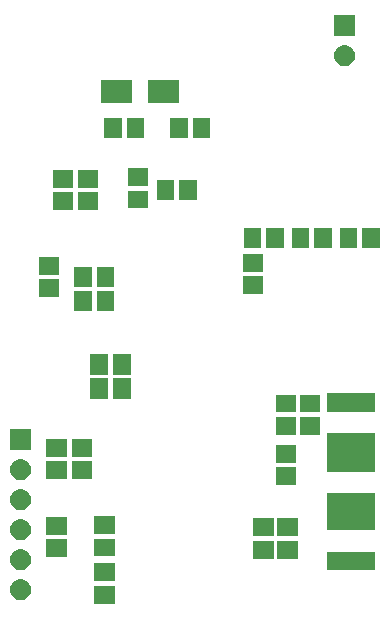
<source format=gbr>
G04 #@! TF.GenerationSoftware,KiCad,Pcbnew,(5.1.0)-1*
G04 #@! TF.CreationDate,2019-05-26T23:58:58+02:00*
G04 #@! TF.ProjectId,UWED,55574544-2e6b-4696-9361-645f70636258,rev?*
G04 #@! TF.SameCoordinates,Original*
G04 #@! TF.FileFunction,Soldermask,Bot*
G04 #@! TF.FilePolarity,Negative*
%FSLAX46Y46*%
G04 Gerber Fmt 4.6, Leading zero omitted, Abs format (unit mm)*
G04 Created by KiCad (PCBNEW (5.1.0)-1) date 2019-05-26 23:58:58*
%MOMM*%
%LPD*%
G04 APERTURE LIST*
%ADD10C,0.100000*%
G04 APERTURE END LIST*
D10*
G36*
X140932600Y-130860600D02*
G01*
X139229400Y-130860600D01*
X139229400Y-129357400D01*
X140932600Y-129357400D01*
X140932600Y-130860600D01*
X140932600Y-130860600D01*
G37*
G36*
X133145431Y-128780023D02*
G01*
X133270939Y-128818096D01*
X133315085Y-128831487D01*
X133471431Y-128915056D01*
X133608475Y-129027525D01*
X133720944Y-129164569D01*
X133804513Y-129320915D01*
X133804514Y-129320919D01*
X133855977Y-129490569D01*
X133873354Y-129667000D01*
X133855977Y-129843431D01*
X133817904Y-129968939D01*
X133804513Y-130013085D01*
X133720944Y-130169431D01*
X133608475Y-130306475D01*
X133471431Y-130418944D01*
X133315085Y-130502513D01*
X133270939Y-130515904D01*
X133145431Y-130553977D01*
X133013207Y-130567000D01*
X132924793Y-130567000D01*
X132792569Y-130553977D01*
X132667061Y-130515904D01*
X132622915Y-130502513D01*
X132466569Y-130418944D01*
X132329525Y-130306475D01*
X132217056Y-130169431D01*
X132133487Y-130013085D01*
X132120096Y-129968939D01*
X132082023Y-129843431D01*
X132064646Y-129667000D01*
X132082023Y-129490569D01*
X132133486Y-129320919D01*
X132133487Y-129320915D01*
X132217056Y-129164569D01*
X132329525Y-129027525D01*
X132466569Y-128915056D01*
X132622915Y-128831487D01*
X132667061Y-128818096D01*
X132792569Y-128780023D01*
X132924793Y-128767000D01*
X133013207Y-128767000D01*
X133145431Y-128780023D01*
X133145431Y-128780023D01*
G37*
G36*
X140932600Y-128960600D02*
G01*
X139229400Y-128960600D01*
X139229400Y-127457400D01*
X140932600Y-127457400D01*
X140932600Y-128960600D01*
X140932600Y-128960600D01*
G37*
G36*
X162939200Y-128048800D02*
G01*
X158904000Y-128048800D01*
X158904000Y-126445600D01*
X162939200Y-126445600D01*
X162939200Y-128048800D01*
X162939200Y-128048800D01*
G37*
G36*
X133145431Y-126240023D02*
G01*
X133270939Y-126278096D01*
X133315085Y-126291487D01*
X133471431Y-126375056D01*
X133608475Y-126487525D01*
X133720944Y-126624569D01*
X133804513Y-126780915D01*
X133804514Y-126780919D01*
X133855977Y-126950569D01*
X133873354Y-127127000D01*
X133855977Y-127303431D01*
X133817904Y-127428939D01*
X133804513Y-127473085D01*
X133720944Y-127629431D01*
X133608475Y-127766475D01*
X133471431Y-127878944D01*
X133315085Y-127962513D01*
X133270939Y-127975904D01*
X133145431Y-128013977D01*
X133013207Y-128027000D01*
X132924793Y-128027000D01*
X132792569Y-128013977D01*
X132667061Y-127975904D01*
X132622915Y-127962513D01*
X132466569Y-127878944D01*
X132329525Y-127766475D01*
X132217056Y-127629431D01*
X132133487Y-127473085D01*
X132120096Y-127428939D01*
X132082023Y-127303431D01*
X132064646Y-127127000D01*
X132082023Y-126950569D01*
X132133486Y-126780919D01*
X132133487Y-126780915D01*
X132217056Y-126624569D01*
X132329525Y-126487525D01*
X132466569Y-126375056D01*
X132622915Y-126291487D01*
X132667061Y-126278096D01*
X132792569Y-126240023D01*
X132924793Y-126227000D01*
X133013207Y-126227000D01*
X133145431Y-126240023D01*
X133145431Y-126240023D01*
G37*
G36*
X156426600Y-127050600D02*
G01*
X154723400Y-127050600D01*
X154723400Y-125547400D01*
X156426600Y-125547400D01*
X156426600Y-127050600D01*
X156426600Y-127050600D01*
G37*
G36*
X154394600Y-127050600D02*
G01*
X152691400Y-127050600D01*
X152691400Y-125547400D01*
X154394600Y-125547400D01*
X154394600Y-127050600D01*
X154394600Y-127050600D01*
G37*
G36*
X136868600Y-126923600D02*
G01*
X135165400Y-126923600D01*
X135165400Y-125420400D01*
X136868600Y-125420400D01*
X136868600Y-126923600D01*
X136868600Y-126923600D01*
G37*
G36*
X140932600Y-126857600D02*
G01*
X139229400Y-126857600D01*
X139229400Y-125354400D01*
X140932600Y-125354400D01*
X140932600Y-126857600D01*
X140932600Y-126857600D01*
G37*
G36*
X133145431Y-123700023D02*
G01*
X133270939Y-123738096D01*
X133315085Y-123751487D01*
X133471431Y-123835056D01*
X133608475Y-123947525D01*
X133720944Y-124084569D01*
X133804513Y-124240915D01*
X133804514Y-124240919D01*
X133855977Y-124410569D01*
X133873354Y-124587000D01*
X133855977Y-124763431D01*
X133817904Y-124888939D01*
X133804513Y-124933085D01*
X133720944Y-125089431D01*
X133608475Y-125226475D01*
X133471431Y-125338944D01*
X133315085Y-125422513D01*
X133270939Y-125435904D01*
X133145431Y-125473977D01*
X133013207Y-125487000D01*
X132924793Y-125487000D01*
X132792569Y-125473977D01*
X132667061Y-125435904D01*
X132622915Y-125422513D01*
X132466569Y-125338944D01*
X132329525Y-125226475D01*
X132217056Y-125089431D01*
X132133487Y-124933085D01*
X132120096Y-124888939D01*
X132082023Y-124763431D01*
X132064646Y-124587000D01*
X132082023Y-124410569D01*
X132133486Y-124240919D01*
X132133487Y-124240915D01*
X132217056Y-124084569D01*
X132329525Y-123947525D01*
X132466569Y-123835056D01*
X132622915Y-123751487D01*
X132667061Y-123738096D01*
X132792569Y-123700023D01*
X132924793Y-123687000D01*
X133013207Y-123687000D01*
X133145431Y-123700023D01*
X133145431Y-123700023D01*
G37*
G36*
X154394600Y-125150600D02*
G01*
X152691400Y-125150600D01*
X152691400Y-123647400D01*
X154394600Y-123647400D01*
X154394600Y-125150600D01*
X154394600Y-125150600D01*
G37*
G36*
X156426600Y-125150600D02*
G01*
X154723400Y-125150600D01*
X154723400Y-123647400D01*
X156426600Y-123647400D01*
X156426600Y-125150600D01*
X156426600Y-125150600D01*
G37*
G36*
X136868600Y-125023600D02*
G01*
X135165400Y-125023600D01*
X135165400Y-123520400D01*
X136868600Y-123520400D01*
X136868600Y-125023600D01*
X136868600Y-125023600D01*
G37*
G36*
X140932600Y-124957600D02*
G01*
X139229400Y-124957600D01*
X139229400Y-123454400D01*
X140932600Y-123454400D01*
X140932600Y-124957600D01*
X140932600Y-124957600D01*
G37*
G36*
X162939200Y-124648800D02*
G01*
X158904000Y-124648800D01*
X158904000Y-121492600D01*
X162939200Y-121492600D01*
X162939200Y-124648800D01*
X162939200Y-124648800D01*
G37*
G36*
X133145431Y-121160023D02*
G01*
X133270939Y-121198096D01*
X133315085Y-121211487D01*
X133471431Y-121295056D01*
X133608475Y-121407525D01*
X133720944Y-121544569D01*
X133804513Y-121700915D01*
X133804514Y-121700919D01*
X133855977Y-121870569D01*
X133873354Y-122047000D01*
X133855977Y-122223431D01*
X133817904Y-122348939D01*
X133804513Y-122393085D01*
X133720944Y-122549431D01*
X133608475Y-122686475D01*
X133471431Y-122798944D01*
X133315085Y-122882513D01*
X133270939Y-122895904D01*
X133145431Y-122933977D01*
X133013207Y-122947000D01*
X132924793Y-122947000D01*
X132792569Y-122933977D01*
X132667061Y-122895904D01*
X132622915Y-122882513D01*
X132466569Y-122798944D01*
X132329525Y-122686475D01*
X132217056Y-122549431D01*
X132133487Y-122393085D01*
X132120096Y-122348939D01*
X132082023Y-122223431D01*
X132064646Y-122047000D01*
X132082023Y-121870569D01*
X132133486Y-121700919D01*
X132133487Y-121700915D01*
X132217056Y-121544569D01*
X132329525Y-121407525D01*
X132466569Y-121295056D01*
X132622915Y-121211487D01*
X132667061Y-121198096D01*
X132792569Y-121160023D01*
X132924793Y-121147000D01*
X133013207Y-121147000D01*
X133145431Y-121160023D01*
X133145431Y-121160023D01*
G37*
G36*
X156299600Y-120827600D02*
G01*
X154596400Y-120827600D01*
X154596400Y-119324400D01*
X156299600Y-119324400D01*
X156299600Y-120827600D01*
X156299600Y-120827600D01*
G37*
G36*
X133145431Y-118620023D02*
G01*
X133270939Y-118658096D01*
X133315085Y-118671487D01*
X133471431Y-118755056D01*
X133608475Y-118867525D01*
X133720944Y-119004569D01*
X133804513Y-119160915D01*
X133804514Y-119160919D01*
X133855977Y-119330569D01*
X133873354Y-119507000D01*
X133855977Y-119683431D01*
X133817904Y-119808939D01*
X133804513Y-119853085D01*
X133720944Y-120009431D01*
X133608475Y-120146475D01*
X133471431Y-120258944D01*
X133315085Y-120342513D01*
X133270939Y-120355904D01*
X133145431Y-120393977D01*
X133013207Y-120407000D01*
X132924793Y-120407000D01*
X132792569Y-120393977D01*
X132667061Y-120355904D01*
X132622915Y-120342513D01*
X132466569Y-120258944D01*
X132329525Y-120146475D01*
X132217056Y-120009431D01*
X132133487Y-119853085D01*
X132120096Y-119808939D01*
X132082023Y-119683431D01*
X132064646Y-119507000D01*
X132082023Y-119330569D01*
X132133486Y-119160919D01*
X132133487Y-119160915D01*
X132217056Y-119004569D01*
X132329525Y-118867525D01*
X132466569Y-118755056D01*
X132622915Y-118671487D01*
X132667061Y-118658096D01*
X132792569Y-118620023D01*
X132924793Y-118607000D01*
X133013207Y-118607000D01*
X133145431Y-118620023D01*
X133145431Y-118620023D01*
G37*
G36*
X139027600Y-120319600D02*
G01*
X137324400Y-120319600D01*
X137324400Y-118816400D01*
X139027600Y-118816400D01*
X139027600Y-120319600D01*
X139027600Y-120319600D01*
G37*
G36*
X136868600Y-120319600D02*
G01*
X135165400Y-120319600D01*
X135165400Y-118816400D01*
X136868600Y-118816400D01*
X136868600Y-120319600D01*
X136868600Y-120319600D01*
G37*
G36*
X162939200Y-119695800D02*
G01*
X158904000Y-119695800D01*
X158904000Y-116412600D01*
X162939200Y-116412600D01*
X162939200Y-119695800D01*
X162939200Y-119695800D01*
G37*
G36*
X156299600Y-118927600D02*
G01*
X154596400Y-118927600D01*
X154596400Y-117424400D01*
X156299600Y-117424400D01*
X156299600Y-118927600D01*
X156299600Y-118927600D01*
G37*
G36*
X136868600Y-118419600D02*
G01*
X135165400Y-118419600D01*
X135165400Y-116916400D01*
X136868600Y-116916400D01*
X136868600Y-118419600D01*
X136868600Y-118419600D01*
G37*
G36*
X139027600Y-118419600D02*
G01*
X137324400Y-118419600D01*
X137324400Y-116916400D01*
X139027600Y-116916400D01*
X139027600Y-118419600D01*
X139027600Y-118419600D01*
G37*
G36*
X133869000Y-117867000D02*
G01*
X132069000Y-117867000D01*
X132069000Y-116067000D01*
X133869000Y-116067000D01*
X133869000Y-117867000D01*
X133869000Y-117867000D01*
G37*
G36*
X156299600Y-116570600D02*
G01*
X154596400Y-116570600D01*
X154596400Y-115067400D01*
X156299600Y-115067400D01*
X156299600Y-116570600D01*
X156299600Y-116570600D01*
G37*
G36*
X158331600Y-116570600D02*
G01*
X156628400Y-116570600D01*
X156628400Y-115067400D01*
X158331600Y-115067400D01*
X158331600Y-116570600D01*
X158331600Y-116570600D01*
G37*
G36*
X158331600Y-114670600D02*
G01*
X156628400Y-114670600D01*
X156628400Y-113167400D01*
X158331600Y-113167400D01*
X158331600Y-114670600D01*
X158331600Y-114670600D01*
G37*
G36*
X156299600Y-114670600D02*
G01*
X154596400Y-114670600D01*
X154596400Y-113167400D01*
X156299600Y-113167400D01*
X156299600Y-114670600D01*
X156299600Y-114670600D01*
G37*
G36*
X162939200Y-114615800D02*
G01*
X158904000Y-114615800D01*
X158904000Y-113012600D01*
X162939200Y-113012600D01*
X162939200Y-114615800D01*
X162939200Y-114615800D01*
G37*
G36*
X140390600Y-113500600D02*
G01*
X138887400Y-113500600D01*
X138887400Y-111797400D01*
X140390600Y-111797400D01*
X140390600Y-113500600D01*
X140390600Y-113500600D01*
G37*
G36*
X142290600Y-113500600D02*
G01*
X140787400Y-113500600D01*
X140787400Y-111797400D01*
X142290600Y-111797400D01*
X142290600Y-113500600D01*
X142290600Y-113500600D01*
G37*
G36*
X142290600Y-111468600D02*
G01*
X140787400Y-111468600D01*
X140787400Y-109765400D01*
X142290600Y-109765400D01*
X142290600Y-111468600D01*
X142290600Y-111468600D01*
G37*
G36*
X140390600Y-111468600D02*
G01*
X138887400Y-111468600D01*
X138887400Y-109765400D01*
X140390600Y-109765400D01*
X140390600Y-111468600D01*
X140390600Y-111468600D01*
G37*
G36*
X139006200Y-106078800D02*
G01*
X137503000Y-106078800D01*
X137503000Y-104375600D01*
X139006200Y-104375600D01*
X139006200Y-106078800D01*
X139006200Y-106078800D01*
G37*
G36*
X140906200Y-106078800D02*
G01*
X139403000Y-106078800D01*
X139403000Y-104375600D01*
X140906200Y-104375600D01*
X140906200Y-106078800D01*
X140906200Y-106078800D01*
G37*
G36*
X136246200Y-104896800D02*
G01*
X134543000Y-104896800D01*
X134543000Y-103393600D01*
X136246200Y-103393600D01*
X136246200Y-104896800D01*
X136246200Y-104896800D01*
G37*
G36*
X153518200Y-104642800D02*
G01*
X151815000Y-104642800D01*
X151815000Y-103139600D01*
X153518200Y-103139600D01*
X153518200Y-104642800D01*
X153518200Y-104642800D01*
G37*
G36*
X139006200Y-104046800D02*
G01*
X137503000Y-104046800D01*
X137503000Y-102343600D01*
X139006200Y-102343600D01*
X139006200Y-104046800D01*
X139006200Y-104046800D01*
G37*
G36*
X140906200Y-104046800D02*
G01*
X139403000Y-104046800D01*
X139403000Y-102343600D01*
X140906200Y-102343600D01*
X140906200Y-104046800D01*
X140906200Y-104046800D01*
G37*
G36*
X136246200Y-102996800D02*
G01*
X134543000Y-102996800D01*
X134543000Y-101493600D01*
X136246200Y-101493600D01*
X136246200Y-102996800D01*
X136246200Y-102996800D01*
G37*
G36*
X153518200Y-102742800D02*
G01*
X151815000Y-102742800D01*
X151815000Y-101239600D01*
X153518200Y-101239600D01*
X153518200Y-102742800D01*
X153518200Y-102742800D01*
G37*
G36*
X155257200Y-100744800D02*
G01*
X153754000Y-100744800D01*
X153754000Y-99041600D01*
X155257200Y-99041600D01*
X155257200Y-100744800D01*
X155257200Y-100744800D01*
G37*
G36*
X153357200Y-100744800D02*
G01*
X151854000Y-100744800D01*
X151854000Y-99041600D01*
X153357200Y-99041600D01*
X153357200Y-100744800D01*
X153357200Y-100744800D01*
G37*
G36*
X159321200Y-100744800D02*
G01*
X157818000Y-100744800D01*
X157818000Y-99041600D01*
X159321200Y-99041600D01*
X159321200Y-100744800D01*
X159321200Y-100744800D01*
G37*
G36*
X157421200Y-100744800D02*
G01*
X155918000Y-100744800D01*
X155918000Y-99041600D01*
X157421200Y-99041600D01*
X157421200Y-100744800D01*
X157421200Y-100744800D01*
G37*
G36*
X163385200Y-100744800D02*
G01*
X161882000Y-100744800D01*
X161882000Y-99041600D01*
X163385200Y-99041600D01*
X163385200Y-100744800D01*
X163385200Y-100744800D01*
G37*
G36*
X161485200Y-100744800D02*
G01*
X159982000Y-100744800D01*
X159982000Y-99041600D01*
X161485200Y-99041600D01*
X161485200Y-100744800D01*
X161485200Y-100744800D01*
G37*
G36*
X137389200Y-97530800D02*
G01*
X135686000Y-97530800D01*
X135686000Y-96027600D01*
X137389200Y-96027600D01*
X137389200Y-97530800D01*
X137389200Y-97530800D01*
G37*
G36*
X139548200Y-97530800D02*
G01*
X137845000Y-97530800D01*
X137845000Y-96027600D01*
X139548200Y-96027600D01*
X139548200Y-97530800D01*
X139548200Y-97530800D01*
G37*
G36*
X143739200Y-97403800D02*
G01*
X142036000Y-97403800D01*
X142036000Y-95900600D01*
X143739200Y-95900600D01*
X143739200Y-97403800D01*
X143739200Y-97403800D01*
G37*
G36*
X145991200Y-96680800D02*
G01*
X144488000Y-96680800D01*
X144488000Y-94977600D01*
X145991200Y-94977600D01*
X145991200Y-96680800D01*
X145991200Y-96680800D01*
G37*
G36*
X147891200Y-96680800D02*
G01*
X146388000Y-96680800D01*
X146388000Y-94977600D01*
X147891200Y-94977600D01*
X147891200Y-96680800D01*
X147891200Y-96680800D01*
G37*
G36*
X139548200Y-95630800D02*
G01*
X137845000Y-95630800D01*
X137845000Y-94127600D01*
X139548200Y-94127600D01*
X139548200Y-95630800D01*
X139548200Y-95630800D01*
G37*
G36*
X137389200Y-95630800D02*
G01*
X135686000Y-95630800D01*
X135686000Y-94127600D01*
X137389200Y-94127600D01*
X137389200Y-95630800D01*
X137389200Y-95630800D01*
G37*
G36*
X143739200Y-95503800D02*
G01*
X142036000Y-95503800D01*
X142036000Y-94000600D01*
X143739200Y-94000600D01*
X143739200Y-95503800D01*
X143739200Y-95503800D01*
G37*
G36*
X149034200Y-91473800D02*
G01*
X147531000Y-91473800D01*
X147531000Y-89770600D01*
X149034200Y-89770600D01*
X149034200Y-91473800D01*
X149034200Y-91473800D01*
G37*
G36*
X147134200Y-91473800D02*
G01*
X145631000Y-91473800D01*
X145631000Y-89770600D01*
X147134200Y-89770600D01*
X147134200Y-91473800D01*
X147134200Y-91473800D01*
G37*
G36*
X143446200Y-91473800D02*
G01*
X141943000Y-91473800D01*
X141943000Y-89770600D01*
X143446200Y-89770600D01*
X143446200Y-91473800D01*
X143446200Y-91473800D01*
G37*
G36*
X141546200Y-91473800D02*
G01*
X140043000Y-91473800D01*
X140043000Y-89770600D01*
X141546200Y-89770600D01*
X141546200Y-91473800D01*
X141546200Y-91473800D01*
G37*
G36*
X142397000Y-88453000D02*
G01*
X139797000Y-88453000D01*
X139797000Y-86553000D01*
X142397000Y-86553000D01*
X142397000Y-88453000D01*
X142397000Y-88453000D01*
G37*
G36*
X146397000Y-88453000D02*
G01*
X143797000Y-88453000D01*
X143797000Y-86553000D01*
X146397000Y-86553000D01*
X146397000Y-88453000D01*
X146397000Y-88453000D01*
G37*
G36*
X160577431Y-83568023D02*
G01*
X160702939Y-83606096D01*
X160747085Y-83619487D01*
X160903431Y-83703056D01*
X161040475Y-83815525D01*
X161152944Y-83952569D01*
X161236513Y-84108915D01*
X161236514Y-84108919D01*
X161287977Y-84278569D01*
X161305354Y-84455000D01*
X161287977Y-84631431D01*
X161249904Y-84756939D01*
X161236513Y-84801085D01*
X161152944Y-84957431D01*
X161040475Y-85094475D01*
X160903431Y-85206944D01*
X160747085Y-85290513D01*
X160702939Y-85303904D01*
X160577431Y-85341977D01*
X160445207Y-85355000D01*
X160356793Y-85355000D01*
X160224569Y-85341977D01*
X160099061Y-85303904D01*
X160054915Y-85290513D01*
X159898569Y-85206944D01*
X159761525Y-85094475D01*
X159649056Y-84957431D01*
X159565487Y-84801085D01*
X159552096Y-84756939D01*
X159514023Y-84631431D01*
X159496646Y-84455000D01*
X159514023Y-84278569D01*
X159565486Y-84108919D01*
X159565487Y-84108915D01*
X159649056Y-83952569D01*
X159761525Y-83815525D01*
X159898569Y-83703056D01*
X160054915Y-83619487D01*
X160099061Y-83606096D01*
X160224569Y-83568023D01*
X160356793Y-83555000D01*
X160445207Y-83555000D01*
X160577431Y-83568023D01*
X160577431Y-83568023D01*
G37*
G36*
X161301000Y-82815000D02*
G01*
X159501000Y-82815000D01*
X159501000Y-81015000D01*
X161301000Y-81015000D01*
X161301000Y-82815000D01*
X161301000Y-82815000D01*
G37*
M02*

</source>
